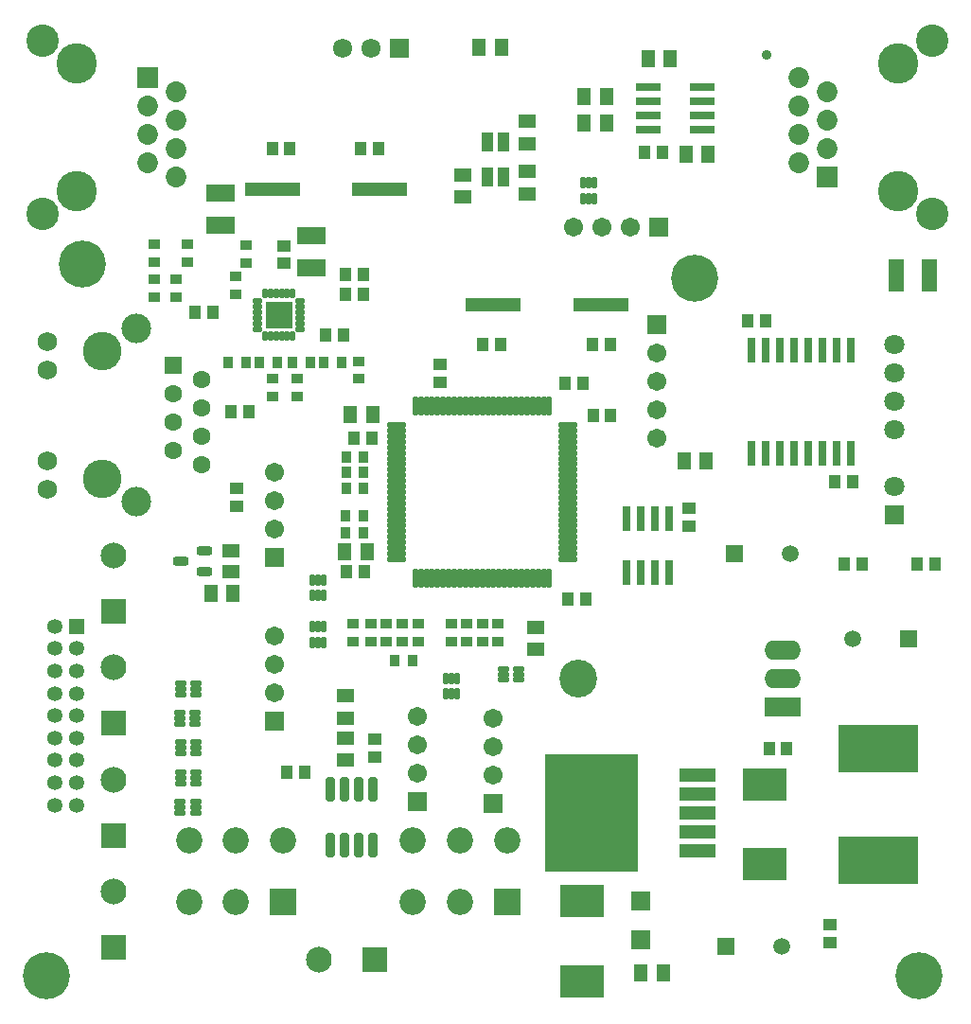
<source format=gts>
G04*
G04 #@! TF.GenerationSoftware,Altium Limited,Altium Designer,20.0.13 (296)*
G04*
G04 Layer_Color=8388736*
%FSLAX44Y44*%
%MOMM*%
G71*
G01*
G75*
%ADD49R,1.2032X1.0032*%
%ADD50R,1.0032X1.2032*%
%ADD51R,1.5200X1.2200*%
%ADD52R,1.6032X1.2032*%
%ADD53R,0.8200X1.0200*%
%ADD54R,1.0200X0.8200*%
%ADD55R,2.3200X0.7200*%
%ADD56R,1.2032X1.6032*%
G04:AMPARAMS|DCode=57|XSize=2.1732mm|YSize=0.8032mm|CornerRadius=0.1766mm|HoleSize=0mm|Usage=FLASHONLY|Rotation=90.000|XOffset=0mm|YOffset=0mm|HoleType=Round|Shape=RoundedRectangle|*
%AMROUNDEDRECTD57*
21,1,2.1732,0.4500,0,0,90.0*
21,1,1.8200,0.8032,0,0,90.0*
1,1,0.3532,0.2250,0.9100*
1,1,0.3532,0.2250,-0.9100*
1,1,0.3532,-0.2250,-0.9100*
1,1,0.3532,-0.2250,0.9100*
%
%ADD57ROUNDEDRECTD57*%
%ADD58R,4.9200X1.2200*%
%ADD59R,2.5200X1.6200*%
G04:AMPARAMS|DCode=60|XSize=0.4832mm|YSize=0.8932mm|CornerRadius=0.1716mm|HoleSize=0mm|Usage=FLASHONLY|Rotation=180.000|XOffset=0mm|YOffset=0mm|HoleType=Round|Shape=RoundedRectangle|*
%AMROUNDEDRECTD60*
21,1,0.4832,0.5500,0,0,180.0*
21,1,0.1400,0.8932,0,0,180.0*
1,1,0.3432,-0.0700,0.2750*
1,1,0.3432,0.0700,0.2750*
1,1,0.3432,0.0700,-0.2750*
1,1,0.3432,-0.0700,-0.2750*
%
%ADD60ROUNDEDRECTD60*%
G04:AMPARAMS|DCode=61|XSize=0.4832mm|YSize=0.8932mm|CornerRadius=0.1716mm|HoleSize=0mm|Usage=FLASHONLY|Rotation=270.000|XOffset=0mm|YOffset=0mm|HoleType=Round|Shape=RoundedRectangle|*
%AMROUNDEDRECTD61*
21,1,0.4832,0.5500,0,0,270.0*
21,1,0.1400,0.8932,0,0,270.0*
1,1,0.3432,-0.2750,-0.0700*
1,1,0.3432,-0.2750,0.0700*
1,1,0.3432,0.2750,0.0700*
1,1,0.3432,0.2750,-0.0700*
%
%ADD61ROUNDEDRECTD61*%
%ADD62R,2.4892X2.4892*%
%ADD63R,0.7200X2.3200*%
%ADD64R,1.1032X1.7032*%
%ADD65R,1.2200X1.5200*%
G04:AMPARAMS|DCode=66|XSize=0.9532mm|YSize=0.5532mm|CornerRadius=0.1156mm|HoleSize=0mm|Usage=FLASHONLY|Rotation=0.000|XOffset=0mm|YOffset=0mm|HoleType=Round|Shape=RoundedRectangle|*
%AMROUNDEDRECTD66*
21,1,0.9532,0.3220,0,0,0.0*
21,1,0.7220,0.5532,0,0,0.0*
1,1,0.2312,0.3610,-0.1610*
1,1,0.2312,-0.3610,-0.1610*
1,1,0.2312,-0.3610,0.1610*
1,1,0.2312,0.3610,0.1610*
%
%ADD66ROUNDEDRECTD66*%
G04:AMPARAMS|DCode=67|XSize=0.9532mm|YSize=0.5532mm|CornerRadius=0.1156mm|HoleSize=0mm|Usage=FLASHONLY|Rotation=270.000|XOffset=0mm|YOffset=0mm|HoleType=Round|Shape=RoundedRectangle|*
%AMROUNDEDRECTD67*
21,1,0.9532,0.3220,0,0,270.0*
21,1,0.7220,0.5532,0,0,270.0*
1,1,0.2312,-0.1610,-0.3610*
1,1,0.2312,-0.1610,0.3610*
1,1,0.2312,0.1610,0.3610*
1,1,0.2312,0.1610,-0.3610*
%
%ADD67ROUNDEDRECTD67*%
%ADD68R,1.3532X2.9032*%
%ADD69R,3.3200X1.1700*%
%ADD70R,8.4200X10.5700*%
%ADD71R,4.0132X2.9972*%
%ADD72R,7.2032X4.2032*%
%ADD73R,1.7032X1.7032*%
%ADD74R,0.8032X2.2632*%
G04:AMPARAMS|DCode=75|XSize=1.7632mm|YSize=0.4832mm|CornerRadius=0.1366mm|HoleSize=0mm|Usage=FLASHONLY|Rotation=270.000|XOffset=0mm|YOffset=0mm|HoleType=Round|Shape=RoundedRectangle|*
%AMROUNDEDRECTD75*
21,1,1.7632,0.2100,0,0,270.0*
21,1,1.4900,0.4832,0,0,270.0*
1,1,0.2732,-0.1050,-0.7450*
1,1,0.2732,-0.1050,0.7450*
1,1,0.2732,0.1050,0.7450*
1,1,0.2732,0.1050,-0.7450*
%
%ADD75ROUNDEDRECTD75*%
G04:AMPARAMS|DCode=76|XSize=1.7632mm|YSize=0.4832mm|CornerRadius=0.1366mm|HoleSize=0mm|Usage=FLASHONLY|Rotation=0.000|XOffset=0mm|YOffset=0mm|HoleType=Round|Shape=RoundedRectangle|*
%AMROUNDEDRECTD76*
21,1,1.7632,0.2100,0,0,0.0*
21,1,1.4900,0.4832,0,0,0.0*
1,1,0.2732,0.7450,-0.1050*
1,1,0.2732,-0.7450,-0.1050*
1,1,0.2732,-0.7450,0.1050*
1,1,0.2732,0.7450,0.1050*
%
%ADD76ROUNDEDRECTD76*%
G04:AMPARAMS|DCode=77|XSize=1.4332mm|YSize=0.7932mm|CornerRadius=0.2491mm|HoleSize=0mm|Usage=FLASHONLY|Rotation=180.000|XOffset=0mm|YOffset=0mm|HoleType=Round|Shape=RoundedRectangle|*
%AMROUNDEDRECTD77*
21,1,1.4332,0.2950,0,0,180.0*
21,1,0.9350,0.7932,0,0,180.0*
1,1,0.4982,-0.4675,0.1475*
1,1,0.4982,0.4675,0.1475*
1,1,0.4982,0.4675,-0.1475*
1,1,0.4982,-0.4675,-0.1475*
%
%ADD77ROUNDEDRECTD77*%
%ADD78C,4.2032*%
%ADD79C,2.9032*%
%ADD80C,1.8532*%
%ADD81R,1.8532X1.8532*%
%ADD82C,3.6032*%
%ADD83C,3.4532*%
%ADD84C,2.6482*%
%ADD85C,1.7332*%
%ADD86C,1.6012*%
%ADD87R,1.6012X1.6012*%
%ADD88R,3.2512X1.7272*%
%ADD89O,3.2512X1.7272*%
%ADD90C,3.3782*%
%ADD91C,1.7032*%
%ADD92C,1.5200*%
%ADD93R,1.5200X1.5200*%
%ADD94C,2.3032*%
%ADD95R,2.3032X2.3032*%
%ADD96C,2.3532*%
%ADD97R,2.3532X2.3532*%
%ADD98R,2.3032X2.3032*%
%ADD99R,1.8032X1.8032*%
%ADD100C,1.8032*%
%ADD101C,1.3532*%
%ADD102R,1.3532X1.3532*%
%ADD103C,1.7200*%
%ADD104R,1.7200X1.7200*%
%ADD105R,1.7032X1.7032*%
%ADD106C,0.9032*%
D49*
X726500Y59250D02*
D03*
Y75250D02*
D03*
X195750Y465500D02*
D03*
Y449500D02*
D03*
X319000Y225000D02*
D03*
Y241000D02*
D03*
X599750Y447750D02*
D03*
Y431750D02*
D03*
X377250Y560750D02*
D03*
Y576750D02*
D03*
X238000Y682750D02*
D03*
Y666750D02*
D03*
D50*
X322750Y769500D02*
D03*
X306750D02*
D03*
X227250Y769250D02*
D03*
X243250D02*
D03*
X206750Y534500D02*
D03*
X190750D02*
D03*
X820000Y397487D02*
D03*
X804000D02*
D03*
X671750Y232500D02*
D03*
X687750D02*
D03*
X739000Y397500D02*
D03*
X755000D02*
D03*
X730500Y471750D02*
D03*
X746500D02*
D03*
X576250Y766500D02*
D03*
X560250D02*
D03*
X668750Y615250D02*
D03*
X652750D02*
D03*
X240750Y212000D02*
D03*
X256750D02*
D03*
X292500Y639500D02*
D03*
X308500D02*
D03*
X292750Y657250D02*
D03*
X308750D02*
D03*
X275250Y602500D02*
D03*
X291250D02*
D03*
X505250Y559750D02*
D03*
X489250D02*
D03*
X514250Y530500D02*
D03*
X530250D02*
D03*
X491500Y366750D02*
D03*
X507500D02*
D03*
X316750Y510750D02*
D03*
X300750D02*
D03*
X310000Y391250D02*
D03*
X294000D02*
D03*
X514000Y594250D02*
D03*
X530000D02*
D03*
X431750D02*
D03*
X415750D02*
D03*
X158000Y623250D02*
D03*
X174000D02*
D03*
D51*
X190000Y390750D02*
D03*
Y409750D02*
D03*
D52*
X462750Y321500D02*
D03*
Y341500D02*
D03*
X292750Y280000D02*
D03*
Y260000D02*
D03*
Y222250D02*
D03*
Y242250D02*
D03*
X398000Y746250D02*
D03*
Y726250D02*
D03*
X455500Y749250D02*
D03*
Y729250D02*
D03*
Y773750D02*
D03*
Y793750D02*
D03*
D53*
X352750Y311750D02*
D03*
X336750D02*
D03*
X309000Y441000D02*
D03*
X293000D02*
D03*
X308750Y426000D02*
D03*
X292750D02*
D03*
X309250Y493750D02*
D03*
X293250D02*
D03*
X309250Y465500D02*
D03*
X293250D02*
D03*
X309250Y479750D02*
D03*
X293250D02*
D03*
X232000Y578250D02*
D03*
X216000D02*
D03*
X187750D02*
D03*
X203750D02*
D03*
X289500D02*
D03*
X273500D02*
D03*
X245250D02*
D03*
X261250D02*
D03*
D54*
X299250Y344750D02*
D03*
Y328750D02*
D03*
X204000Y683500D02*
D03*
Y667500D02*
D03*
X304500Y579500D02*
D03*
Y563500D02*
D03*
X194750Y655500D02*
D03*
Y639500D02*
D03*
X151250Y684250D02*
D03*
Y668250D02*
D03*
X141500Y652500D02*
D03*
Y636500D02*
D03*
X122000Y668250D02*
D03*
Y684250D02*
D03*
X121750Y636500D02*
D03*
Y652500D02*
D03*
X387250Y344750D02*
D03*
Y328750D02*
D03*
X401435Y344750D02*
D03*
Y328750D02*
D03*
X315500Y344750D02*
D03*
Y328750D02*
D03*
X329500Y344750D02*
D03*
Y328750D02*
D03*
X343750Y344750D02*
D03*
Y328750D02*
D03*
X358250Y344750D02*
D03*
Y328750D02*
D03*
X415500Y344750D02*
D03*
Y328750D02*
D03*
X429500Y344750D02*
D03*
Y328750D02*
D03*
X249500Y547750D02*
D03*
Y563750D02*
D03*
X228000Y547750D02*
D03*
Y563750D02*
D03*
D55*
X611750Y786700D02*
D03*
Y799400D02*
D03*
Y812100D02*
D03*
Y824800D02*
D03*
X563750Y786700D02*
D03*
Y799400D02*
D03*
Y812100D02*
D03*
Y824800D02*
D03*
D56*
X597250Y764500D02*
D03*
X617250D02*
D03*
X297000Y531500D02*
D03*
X317000D02*
D03*
X312000Y408500D02*
D03*
X292000D02*
D03*
X557250Y31750D02*
D03*
X577250D02*
D03*
X506250Y816000D02*
D03*
X526250D02*
D03*
X506250Y792500D02*
D03*
X526250D02*
D03*
X432250Y860500D02*
D03*
X412250D02*
D03*
X563500Y850000D02*
D03*
X583500D02*
D03*
X615750Y490500D02*
D03*
X595750D02*
D03*
D57*
X279450Y146500D02*
D03*
X292150D02*
D03*
X304850D02*
D03*
X317550D02*
D03*
Y196000D02*
D03*
X304850D02*
D03*
X292150D02*
D03*
X279450D02*
D03*
D58*
X227250Y733000D02*
D03*
X323250D02*
D03*
X425000Y630250D02*
D03*
X521000D02*
D03*
D59*
X180750Y729750D02*
D03*
Y700750D02*
D03*
X262250Y692000D02*
D03*
Y663000D02*
D03*
D60*
X220750Y601800D02*
D03*
X225750D02*
D03*
X245750D02*
D03*
X240750D02*
D03*
X230750D02*
D03*
X235750D02*
D03*
Y639700D02*
D03*
X230750D02*
D03*
X240750D02*
D03*
X245750D02*
D03*
X225750D02*
D03*
X220750D02*
D03*
D61*
X214300Y608250D02*
D03*
Y613250D02*
D03*
Y633250D02*
D03*
Y628250D02*
D03*
Y618250D02*
D03*
Y623250D02*
D03*
X252200Y608250D02*
D03*
Y613250D02*
D03*
Y633250D02*
D03*
Y628250D02*
D03*
Y618250D02*
D03*
Y623250D02*
D03*
D62*
X233250Y620750D02*
D03*
D63*
X543950Y390250D02*
D03*
X556650D02*
D03*
X569350D02*
D03*
X582050D02*
D03*
X543950Y438250D02*
D03*
X556650D02*
D03*
X569350D02*
D03*
X582050D02*
D03*
D64*
X420000Y744500D02*
D03*
X434000D02*
D03*
Y775500D02*
D03*
X420000D02*
D03*
D65*
X172750Y371250D02*
D03*
X191750D02*
D03*
D66*
X434100Y304250D02*
D03*
Y299250D02*
D03*
Y294250D02*
D03*
X447900D02*
D03*
Y299250D02*
D03*
Y304250D02*
D03*
X158900Y281000D02*
D03*
Y286000D02*
D03*
Y291000D02*
D03*
X145100D02*
D03*
Y286000D02*
D03*
Y281000D02*
D03*
X158650Y175000D02*
D03*
Y180000D02*
D03*
Y185000D02*
D03*
X144850D02*
D03*
Y180000D02*
D03*
Y175000D02*
D03*
X158400Y254750D02*
D03*
Y259750D02*
D03*
Y264750D02*
D03*
X144600D02*
D03*
Y259750D02*
D03*
Y254750D02*
D03*
X159150Y201750D02*
D03*
Y206750D02*
D03*
Y211750D02*
D03*
X145350D02*
D03*
Y206750D02*
D03*
Y201750D02*
D03*
X158900Y228500D02*
D03*
Y233500D02*
D03*
Y238500D02*
D03*
X145100D02*
D03*
Y233500D02*
D03*
Y228500D02*
D03*
D67*
X392500Y295400D02*
D03*
X387500D02*
D03*
X382500D02*
D03*
Y281600D02*
D03*
X387500D02*
D03*
X392500D02*
D03*
X263250Y369750D02*
D03*
X268250D02*
D03*
X273250D02*
D03*
Y383550D02*
D03*
X268250D02*
D03*
X263250D02*
D03*
X515750Y738750D02*
D03*
X510750D02*
D03*
X505750D02*
D03*
Y724950D02*
D03*
X510750D02*
D03*
X515750D02*
D03*
X273000Y341650D02*
D03*
X268000D02*
D03*
X263000D02*
D03*
Y327850D02*
D03*
X268000D02*
D03*
X273000D02*
D03*
D68*
X785250Y656000D02*
D03*
X815250D02*
D03*
D69*
X607500Y141500D02*
D03*
Y158500D02*
D03*
Y175500D02*
D03*
Y192500D02*
D03*
Y209500D02*
D03*
D70*
X513000Y175500D02*
D03*
D71*
X668000Y129315D02*
D03*
Y200685D02*
D03*
X504500Y96185D02*
D03*
Y24815D02*
D03*
D72*
X769750Y232750D02*
D03*
Y132750D02*
D03*
D73*
X557000Y61750D02*
D03*
Y96750D02*
D03*
X424500Y183950D02*
D03*
X357000Y185100D02*
D03*
X229250Y403950D02*
D03*
Y257300D02*
D03*
X571000Y611900D02*
D03*
D74*
X656050Y589650D02*
D03*
X668750D02*
D03*
X681450D02*
D03*
X694150D02*
D03*
X706850D02*
D03*
X719550D02*
D03*
X732250D02*
D03*
X744950D02*
D03*
Y496850D02*
D03*
X732250D02*
D03*
X719550D02*
D03*
X706850D02*
D03*
X694150D02*
D03*
X681450D02*
D03*
X668750D02*
D03*
X656050D02*
D03*
D75*
X475250Y385450D02*
D03*
X470250D02*
D03*
X465250D02*
D03*
X460250D02*
D03*
X455250D02*
D03*
X450250D02*
D03*
X445250D02*
D03*
X440250D02*
D03*
X435250D02*
D03*
X430250D02*
D03*
X425250D02*
D03*
X420250D02*
D03*
X415250D02*
D03*
X410250D02*
D03*
X405250D02*
D03*
X400250D02*
D03*
X395250D02*
D03*
X390250D02*
D03*
X385250D02*
D03*
X380250D02*
D03*
X375250D02*
D03*
X370250D02*
D03*
X365250D02*
D03*
X360250D02*
D03*
X355250D02*
D03*
Y539050D02*
D03*
X360250D02*
D03*
X365250D02*
D03*
X370250D02*
D03*
X375250D02*
D03*
X380250D02*
D03*
X385250D02*
D03*
X390250D02*
D03*
X395250D02*
D03*
X400250D02*
D03*
X405250D02*
D03*
X410250D02*
D03*
X415250D02*
D03*
X420250D02*
D03*
X425250D02*
D03*
X430250D02*
D03*
X435250D02*
D03*
X440250D02*
D03*
X445250D02*
D03*
X450250D02*
D03*
X455250D02*
D03*
X460250D02*
D03*
X465250D02*
D03*
X470250D02*
D03*
X475250D02*
D03*
D76*
X492050Y522250D02*
D03*
Y517250D02*
D03*
Y512250D02*
D03*
Y507250D02*
D03*
Y502250D02*
D03*
Y497250D02*
D03*
Y492250D02*
D03*
Y487250D02*
D03*
Y482250D02*
D03*
Y477250D02*
D03*
Y472250D02*
D03*
Y467250D02*
D03*
Y462250D02*
D03*
Y457250D02*
D03*
Y452250D02*
D03*
Y447250D02*
D03*
Y442250D02*
D03*
Y437250D02*
D03*
Y432250D02*
D03*
Y427250D02*
D03*
Y422250D02*
D03*
Y417250D02*
D03*
Y412250D02*
D03*
Y407250D02*
D03*
Y402250D02*
D03*
X338450D02*
D03*
Y407250D02*
D03*
Y412250D02*
D03*
Y417250D02*
D03*
Y422250D02*
D03*
Y427250D02*
D03*
Y432250D02*
D03*
Y437250D02*
D03*
Y442250D02*
D03*
Y447250D02*
D03*
Y452250D02*
D03*
Y457250D02*
D03*
Y462250D02*
D03*
Y467250D02*
D03*
Y472250D02*
D03*
Y477250D02*
D03*
Y482250D02*
D03*
Y487250D02*
D03*
Y492250D02*
D03*
Y497250D02*
D03*
Y502250D02*
D03*
Y507250D02*
D03*
Y512250D02*
D03*
Y517250D02*
D03*
Y522250D02*
D03*
D77*
X145650Y400500D02*
D03*
X166850Y410000D02*
D03*
Y391000D02*
D03*
D78*
X57750Y666500D02*
D03*
X605000Y654000D02*
D03*
X805500Y29250D02*
D03*
X25500D02*
D03*
D79*
X22000Y711000D02*
D03*
Y866000D02*
D03*
X817500D02*
D03*
Y711000D02*
D03*
D80*
X141400Y744050D02*
D03*
X116000Y756750D02*
D03*
X141400Y769450D02*
D03*
X116000Y782150D02*
D03*
X141400Y794850D02*
D03*
X116000Y807550D02*
D03*
X141400Y820250D02*
D03*
X698100Y832950D02*
D03*
X723500Y820250D02*
D03*
X698100Y807550D02*
D03*
X723500Y794850D02*
D03*
X698100Y782150D02*
D03*
X723500Y769450D02*
D03*
X698100Y756750D02*
D03*
D81*
X116000Y832950D02*
D03*
X723500Y744050D02*
D03*
D82*
X52500Y731350D02*
D03*
Y845650D02*
D03*
X787000D02*
D03*
Y731350D02*
D03*
D83*
X75000Y588150D02*
D03*
Y473850D02*
D03*
D84*
X105500Y453550D02*
D03*
Y608450D02*
D03*
D85*
X26000Y490150D02*
D03*
Y464750D02*
D03*
Y571850D02*
D03*
Y597250D02*
D03*
D86*
X163900Y486600D02*
D03*
X138500Y499300D02*
D03*
X163900Y512000D02*
D03*
X138500Y524700D02*
D03*
X163900Y537400D02*
D03*
X138500Y550100D02*
D03*
X163900Y562800D02*
D03*
D87*
X138500Y575500D02*
D03*
D88*
X683750Y269750D02*
D03*
D89*
Y295150D02*
D03*
Y320550D02*
D03*
D90*
X501250Y295150D02*
D03*
D91*
X424500Y209350D02*
D03*
Y234750D02*
D03*
Y260150D02*
D03*
X357000Y210500D02*
D03*
Y235900D02*
D03*
Y261300D02*
D03*
X229250Y480150D02*
D03*
Y454750D02*
D03*
Y429350D02*
D03*
Y333500D02*
D03*
Y308100D02*
D03*
Y282700D02*
D03*
X571000Y586500D02*
D03*
Y561100D02*
D03*
Y535700D02*
D03*
Y510300D02*
D03*
X496600Y699250D02*
D03*
X522000D02*
D03*
X547400D02*
D03*
D92*
X746500Y331000D02*
D03*
X691000Y407250D02*
D03*
X683250Y56000D02*
D03*
D93*
X796500Y331000D02*
D03*
X641000Y407250D02*
D03*
X633250Y56000D02*
D03*
D94*
X269000Y43750D02*
D03*
X85250Y405250D02*
D03*
Y305250D02*
D03*
Y205250D02*
D03*
Y105250D02*
D03*
D95*
X319000Y43750D02*
D03*
D96*
X152750Y150750D02*
D03*
Y95750D02*
D03*
X194750Y150750D02*
D03*
Y95750D02*
D03*
X236750Y150750D02*
D03*
X353250Y150750D02*
D03*
Y95750D02*
D03*
X395250Y150750D02*
D03*
Y95750D02*
D03*
X437250Y150750D02*
D03*
D97*
X236750Y95750D02*
D03*
X437250Y95750D02*
D03*
D98*
X85250Y355250D02*
D03*
Y255250D02*
D03*
Y155250D02*
D03*
Y55250D02*
D03*
D99*
X784000Y441550D02*
D03*
D100*
Y466950D02*
D03*
Y517750D02*
D03*
Y543150D02*
D03*
Y568550D02*
D03*
Y593950D02*
D03*
D101*
X32500Y342250D02*
D03*
Y322250D02*
D03*
X52500D02*
D03*
X32500Y302250D02*
D03*
X52500D02*
D03*
X32500Y282250D02*
D03*
X52500D02*
D03*
X32500Y262250D02*
D03*
X52500D02*
D03*
X32500Y242250D02*
D03*
X52500D02*
D03*
X32500Y222250D02*
D03*
X52500D02*
D03*
X32500Y202250D02*
D03*
X52500D02*
D03*
X32500Y182250D02*
D03*
X52500D02*
D03*
D102*
Y342250D02*
D03*
D103*
X290600Y859750D02*
D03*
X316000D02*
D03*
D104*
X341400D02*
D03*
D105*
X572800Y699250D02*
D03*
D106*
X669750Y853000D02*
D03*
M02*

</source>
